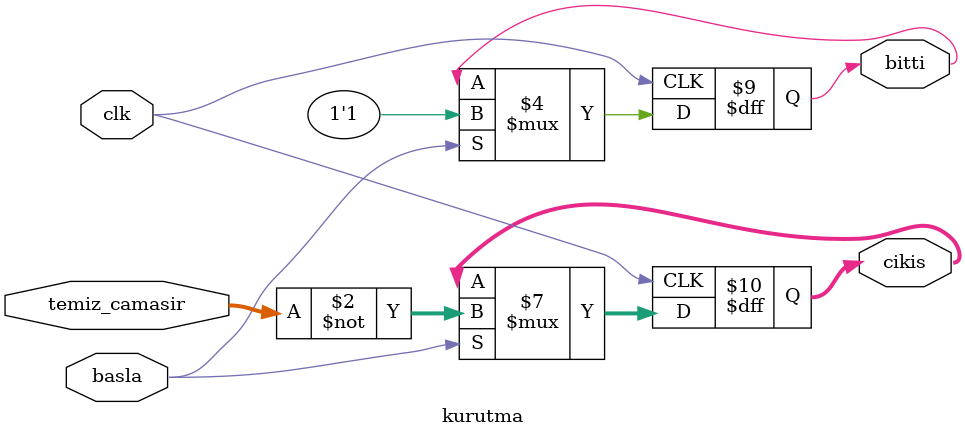
<source format=v>
module kurutma(
    input clk,
    input [15:0] temiz_camasir,
    input basla,
    output reg bitti,
    output reg [15:0] cikis
);

always @(posedge clk) begin
    if (basla) begin
        cikis = ~temiz_camasir;
        bitti = 1;
    end
end
endmodule
</source>
